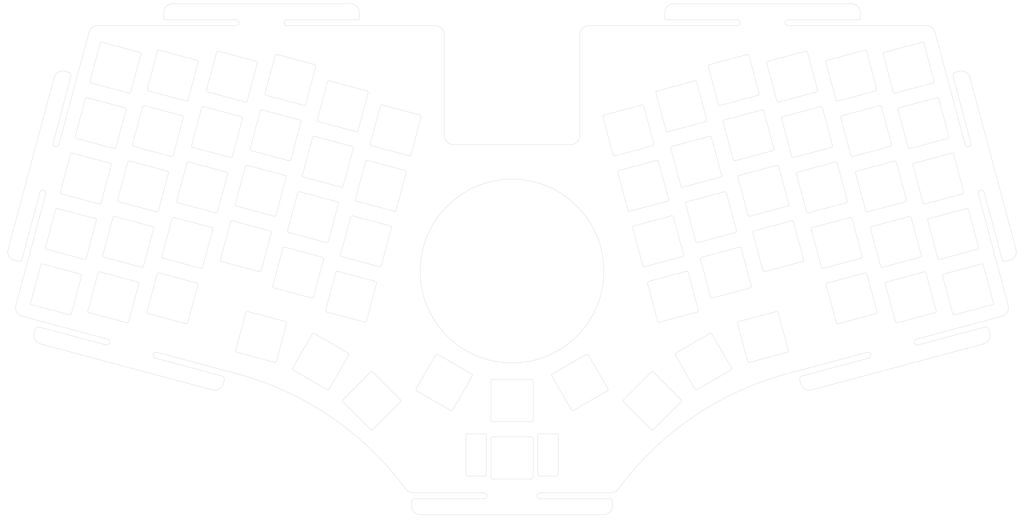
<source format=kicad_pcb>
(kicad_pcb (version 20221018) (generator pcbnew)
  (title_block (title "Honeydew unified split ergonomic keyboard") (date "2023-04-08") (rev "V2.0") (company "Created by Ariamelon (https://github.com/Ariamelon/Honeydew/)") (comment 1 "Licensed under CC BY 4.0."))
  (layers (0 "F.Cu" signal) (31 "B.Cu" signal) (34 "B.Paste" user) (35 "F.Paste" user) (36 "B.SilkS" user "B.Silkscreen") (37 "F.SilkS" user "F.Silkscreen") (38 "B.Mask" user) (39 "F.Mask" user) (44 "Edge.Cuts" user))
  (net 0 "")
  (footprint "Honeydew:MX100" (layer "B.Cu") (at 166.436872 131.695173 165))
  (footprint "Honeydew:MX100" (layer "B.Cu") (at 322.735511 169.039511 -165))
  (footprint "Honeydew:MX100" (layer "B.Cu") (at 232.53636 196.961411 -150))
  (footprint "Honeydew:MX100" (layer "B.Cu") (at 342.36903 168.709231 -165))
  (footprint "Honeydew:MX100" (layer "B.Cu") (at 341.664216 92.475281 -165))
  (footprint "Honeydew:MX100" (layer "B.Cu") (at 258.493595 150.096046 -165))
  (footprint "Honeydew:MX100" (layer "B.Cu") (at 92.422449 113.506559 165))
  (footprint "Honeydew:MX100" (layer "B.Cu") (at 263.4241 168.496939 -165))
  (footprint "Honeydew:MX100" (layer "B.Cu") (at 148.857729 123.697834 165))
  (footprint "Honeydew:MX100" (layer "B.Cu") (at 288.515923 114.933823 -165))
  (footprint "Honeydew:MX100" (layer "B.Cu") (at 337.438532 150.308336 -165))
  (footprint "Honeydew:MX100" (layer "B.Cu") (at 156.575864 168.496955 165))
  (footprint "Honeydew:MX100" (layer "B.Cu") (at 312.874507 132.237734 -165))
  (footprint "Honeydew:MX100" (layer "B.Cu") (at 77.630945 168.709224 165))
  (footprint "Honeydew:MX100" (layer "B.Cu") (at 253.563096 131.695174 -165))
  (footprint "Honeydew:MX100" (layer "B.Cu") (at 146.446541 190.036533 150))
  (footprint "Honeydew:MX100" (layer "B.Cu") (at 138.996741 160.499614 165))
  (footprint "Honeydew:MX200" (layer "B.Cu") (at 210 222.05))
  (footprint "Honeydew:MX100" (layer "B.Cu") (at 153.788239 105.296943 165))
  (footprint "Honeydew:MX100" (layer "B.Cu") (at 187.463579 196.961413 150))
  (footprint "Honeydew:MX100" (layer "B.Cu") (at 82.561428 150.308335 165))
  (footprint "Honeydew:MX100" (layer "B.Cu") (at 163.403328 203.047917 135))
  (footprint "Honeydew:MX100" (layer "B.Cu") (at 346.594706 110.87616 -165))
  (footprint "Honeydew:MX100" (layer "B.Cu") (at 361.386215 166.078825 -165))
  (footprint "Honeydew:MX100" (layer "B.Cu") (at 102.19496 150.63862 165))
  (footprint "Honeydew:MX100" (layer "B.Cu") (at 126.699957 181.857219 165))
  (footprint "Honeydew:MX100" (layer "B.Cu") (at 112.055956 113.836826 165))
  (footprint "Honeydew:MX100" (layer "B.Cu") (at 307.944011 113.836851 -165))
  (footprint "Honeydew:MX100" (layer "B.Cu") (at 298.376939 151.735582 -165))
  (footprint "Honeydew:MX100" (layer "B.Cu") (at 322.647017 95.105682 -165))
  (footprint "Honeydew:MX100" (layer "B.Cu") (at 58.613746 166.078826 165))
  (footprint "Honeydew:MX100" (layer "B.Cu") (at 107.12546 132.237721 165))
  (footprint "Honeydew:MX100" (layer "B.Cu") (at 126.553514 133.334702 165))
  (footprint "Honeydew:MX100" (layer "B.Cu") (at 356.455715 147.677947 -165))
  (footprint "Honeydew:MX100" (layer "B.Cu") (at 317.805014 150.638636 -165))
  (footprint "Honeydew:MX100" (layer "B.Cu") (at 351.525212 129.277044 -165))
  (footprint "Honeydew:MX100" (layer "B.Cu") (at 273.553412 190.03652 -150))
  (footprint "Honeydew:MX100" (layer "B.Cu") (at 97.352956 95.105674 165))
  (footprint "Honeydew:MX100" (layer "B.Cu") (at 116.986466 95.435974 165))
  (footprint "Honeydew:MX100" (layer "B.Cu") (at 171.36737 113.294277 165))
  (footprint "Honeydew:MX100" (layer "B.Cu") (at 87.491948 131.907428 165))
  (footprint "Honeydew:MX100" (layer "B.Cu") (at 303.013496 95.435972 -165))
  (footprint "Honeydew:MX100" (layer "B.Cu") (at 78.335765 92.475268 165))
  (footprint "Honeydew:MX100" (layer "B.Cu") (at 293.300002 181.857222 -165))
  (footprint "Honeydew:MX100" (layer "B.Cu") (at 266.211724 105.296976 -165))
  (footprint "Honeydew:MX100" (layer "B.Cu") (at 248.632598 113.294292 -165))
  (footprint "Honeydew:MX100" (layer "B.Cu") (at 271.142247 123.697863 -165))
  (footprint "Honeydew:MX100" (layer "B.Cu") (at 209.999974 203.000016 180))
  (footprint "Honeydew:MX100" (layer "B.Cu") (at 256.596639 203.047917 -135))
  (footprint "Honeydew:MX100" (layer "B.Cu") (at 327.577523 113.506556 -165))
  (footprint "Honeydew:MX100" (layer "B.Cu") (at 121.623033 151.735582 165))
  (footprint "Honeydew:MX100" (layer "B.Cu") (at 161.506361 150.096053 165))
  (footprint "Honeydew:MX100" (layer "B.Cu") (at 332.508028 131.907443 -165))
  (footprint "Honeydew:MX100" (layer "B.Cu") (at 293.446418 133.334706 -165))
  (footprint "Honeydew:MX100" (layer "B.Cu") (at 276.072744 142.098745 -165))
  (footprint "Honeydew:MX100" (layer "B.Cu") (at 143.927246 142.09875 165))
  (footprint "Honeydew:MX100" (layer "B.Cu") (at 281.003238 160.499632 -165))
  (footprint "Honeydew:MX100" (layer "B.Cu") (at 68.474737 129.277057 165))
  (footprint "Honeydew:MX100" (layer "B.Cu") (at 63.544254 147.677951 165))
  (footprint "Honeydew:MX100" (layer "B.Cu") (at 131.484035 114.933837 165))
  (footprint "Honeydew:MX100" (layer "B.Cu") (at 136.414535 96.532926 165))
  (footprint "Honeydew:MX100" (layer "B.Cu") (at 283.585428 96.532935 -165))
  (footprint "Honeydew:MX100" (layer "B.Cu") (at 97.264449 169.039484 165))
  (footprint "Honeydew:MX100" (layer "B.Cu") (at 73.405256 110.876172 165))
  (gr_curve (pts (xy 55.175289 134.378788) (xy 55.267746 134.033693) (xy 55.169073 133.665487) (xy 54.916441 133.41287)) (stroke (width 0.1)) (layer "Edge.Cuts"))
  (gr_curve (pts (xy 54.916441 133.41287) (xy 54.663808 133.160253) (xy 54.295596 133.061603) (xy 53.950507 133.15408)) (stroke (width 0.1)) (layer "Edge.Cuts"))
  (gr_curve (pts (xy 243.360119 236.598007) (xy 243.360119 236.332791) (xy 243.254762 236.078437) (xy 243.067226 235.8909)) (stroke (width 0.1)) (layer "Edge.Cuts"))
  (gr_curve (pts (xy 242.854215 233.598007) (xy 243.244859 233.598007) (xy 243.631769 233.521706) (xy 243.993166 233.373397)) (stroke (width 0.1)) (layer "Edge.Cuts"))
  (gr_line (start 360.425298 117.957971) (end 354.214327 94.775509) (stroke (width 0.1)) (layer "Edge.Cuts"))
  (gr_line (start 367.071543 178.556563) (end 344.85355 184.504096) (stroke (width 0.1)) (layer "Edge.Cuts"))
  (gr_curve (pts (xy 244.698009 232.964528) (xy 244.913267 232.796817) (xy 245.10464 232.600518) (xy 245.266826 232.381068)) (stroke (width 0.1)) (layer "Edge.Cuts"))
  (gr_arc (start 118.339797 76.556999) (mid 119.339801 77.557) (end 118.339797 78.556999) (stroke (width 0.1)) (layer "Edge.Cuts"))
  (gr_arc (start 243.360119 237.898007) (mid 242.48144 240.019328) (end 240.360119 240.898007) (stroke (width 0.1)) (layer "Edge.Cuts"))
  (gr_arc (start 219.360119 235.598007) (mid 218.360119 234.598007) (end 219.360119 233.598007) (stroke (width 0.1)) (layer "Edge.Cuts"))
  (gr_arc (start 156.339797 71.256999) (mid 158.46112 72.135678) (end 159.339797 74.256999) (stroke (width 0.1)) (layer "Edge.Cuts"))
  (gr_curve (pts (xy 360.425298 117.957971) (xy 360.568224 118.491441) (xy 361.116551 118.80804) (xy 361.650022 118.665114)) (stroke (width 0.1)) (layer "Edge.Cuts"))
  (gr_line (start 159.339797 76.056999) (end 159.339797 74.256999) (stroke (width 0.1)) (layer "Edge.Cuts"))
  (gr_arc (start 232.485992 115) (mid 231.607313 117.121321) (end 229.485992 118) (stroke (width 0.1)) (layer "Edge.Cuts"))
  (gr_arc (start 301.660203 78.556999) (mid 300.660203 77.556999) (end 301.660203 76.556999) (stroke (width 0.1)) (layer "Edge.Cuts"))
  (gr_line (start 301.660203 76.556999) (end 325.160203 76.556999) (stroke (width 0.1)) (layer "Edge.Cuts"))
  (gr_line (start 44.810818 156.448399) (end 46.066531 156.784826) (stroke (width 0.1)) (layer "Edge.Cuts"))
  (gr_line (start 177.145785 233.598007) (end 200.639881 233.598007) (stroke (width 0.1)) (layer "Edge.Cuts"))
  (gr_curve (pts (xy 63.595016 95.223863) (xy 63.737941 94.690392) (xy 63.421342 94.142065) (xy 62.887872 93.999139)) (stroke (width 0.1)) (layer "Edge.Cuts"))
  (gr_arc (start 200.639881 233.598007) (mid 201.639881 234.598007) (end 200.639881 235.598007) (stroke (width 0.1)) (layer "Edge.Cuts"))
  (gr_arc (start 53.48993 184.193477) (mid 51.667975 182.796138) (end 51.367721 180.519756) (stroke (width 0.1)) (layer "Edge.Cuts"))
  (gr_arc (start 344.85355 184.504096) (mid 343.628977 183.796693) (end 344.336379 182.572119) (stroke (width 0.1)) (layer "Edge.Cuts"))
  (gr_line (start 55.175289 134.378788) (end 48.964332 157.561196) (stroke (width 0.1)) (layer "Edge.Cuts"))
  (gr_arc (start 305.506871 196.072015) (mid 305.606955 195.31322) (end 306.214274 194.847441) (stroke (width 0.1)) (layer "Edge.Cuts"))
  (gr_line (start 371.035668 157.561196) (end 364.824711 134.378788) (stroke (width 0.1)) (layer "Edge.Cuts"))
  (gr_arc (start 51.703883 179.263966) (mid 52.16967 178.656661) (end 52.928457 178.556563) (stroke (width 0.1)) (layer "Edge.Cuts"))
  (gr_arc (start 159.339797 76.056999) (mid 159.193351 76.410552) (end 158.839797 76.556999) (stroke (width 0.1)) (layer "Edge.Cuts"))
  (gr_line (start 328.432007 188.899978) (end 306.214274 194.847441) (stroke (width 0.1)) (layer "Edge.Cuts"))
  (gr_arc (start 94.339797 74.256999) (mid 95.218477 72.135678) (end 97.339797 71.256999) (stroke (width 0.1)) (layer "Edge.Cuts"))
  (gr_arc (start 232.485992 81.556999) (mid 233.364672 79.435679) (end 235.485992 78.556999) (stroke (width 0.1)) (layer "Edge.Cuts"))
  (gr_curve (pts (xy 243.993166 233.373397) (xy 244.245614 233.269799) (xy 244.482751 233.132239) (xy 244.698009 232.964528)) (stroke (width 0.1)) (layer "Edge.Cuts"))
  (gr_arc (start 75.663621 182.572119) (mid 76.37099 183.796686) (end 75.14645 184.504096) (stroke (width 0.1)) (layer "Edge.Cuts"))
  (gr_line (start 200.639881 235.598007) (end 177.639881 235.598007) (stroke (width 0.1)) (layer "Edge.Cuts"))
  (gr_line (start 57.957988 95.784144) (end 42.689386 152.774229) (stroke (width 0.1)) (layer "Edge.Cuts"))
  (gr_line (start 347.567063 78.556999) (end 301.660203 78.556999) (stroke (width 0.1)) (layer "Edge.Cuts"))
  (gr_line (start 187.514008 115) (end 187.514008 81.556999) (stroke (width 0.1)) (layer "Edge.Cuts"))
  (gr_arc (start 260.660203 74.256999) (mid 261.538883 72.135679) (end 263.660203 71.256999) (stroke (width 0.1)) (layer "Edge.Cuts"))
  (gr_line (start 51.703883 179.263966) (end 51.367721 180.519756) (stroke (width 0.1)) (layer "Edge.Cuts"))
  (gr_arc (start 94.839797 76.556999) (mid 94.486246 76.410551) (end 94.339797 76.056999) (stroke (width 0.1)) (layer "Edge.Cuts"))
  (gr_curve (pts (xy 177.145785 233.598007) (xy 176.755141 233.598007) (xy 176.368231 233.521706) (xy 176.006834 233.373397)) (stroke (width 0.1)) (layer "Edge.Cuts"))
  (gr_curve (pts (xy 366.756578 133.861208) (xy 366.613653 133.327738) (xy 366.065325 133.011139) (xy 365.531855 133.154065)) (stroke (width 0.1)) (layer "Edge.Cuts"))
  (gr_arc (start 368.632279 180.519756) (mid 368.332027 182.796141) (end 366.51007 184.193477) (stroke (width 0.1)) (layer "Edge.Cuts"))
  (gr_line (start 219.360119 233.598007) (end 242.854215 233.598007) (stroke (width 0.1)) (layer "Edge.Cuts"))
  (gr_line (start 48.964332 157.561196) (end 45.275132 171.331142) (stroke (width 0.1)) (layer "Edge.Cuts"))
  (gr_arc (start 245.266826 232.381068) (mid 269.457218 208.903104) (end 299.917982 194.462477) (stroke (width 0.1)) (layer "Edge.Cuts"))
  (gr_line (start 305.506871 196.072015) (end 305.843033 197.327805) (stroke (width 0.1)) (layer "Edge.Cuts"))
  (gr_line (start 118.339797 78.556999) (end 72.432937 78.556999) (stroke (width 0.1)) (layer "Edge.Cuts"))
  (gr_arc (start 309.516754 199.450014) (mid 307.240369 199.149762) (end 305.843033 197.327805) (stroke (width 0.1)) (layer "Edge.Cuts"))
  (gr_line (start 261.160203 76.556999) (end 284.660203 76.556999) (stroke (width 0.1)) (layer "Edge.Cuts"))
  (gr_curve (pts (xy 361.650022 118.665114) (xy 362.183492 118.522189) (xy 362.500091 117.973861) (xy 362.357166 117.440391)) (stroke (width 0.1)) (layer "Edge.Cuts"))
  (gr_arc (start 377.310614 152.774229) (mid 377.010844 155.050677) (end 375.189182 156.448399) (stroke (width 0.1)) (layer "Edge.Cuts"))
  (gr_arc (start 322.660203 71.256999) (mid 324.781523 72.135679) (end 325.660203 74.256999) (stroke (width 0.1)) (layer "Edge.Cuts"))
  (gr_arc (start 367.071543 178.556563) (mid 367.830338 178.656647) (end 368.296117 179.263966) (stroke (width 0.1)) (layer "Edge.Cuts"))
  (gr_line (start 75.14645 184.504096) (end 52.928457 178.556563) (stroke (width 0.1)) (layer "Edge.Cuts"))
  (gr_line (start 260.660203 74.256999) (end 260.660203 76.056999) (stroke (width 0.1)) (layer "Edge.Cuts"))
  (gr_arc (start 374.724868 171.331142) (mid 374.424939 173.607865) (end 372.602823 175.005477) (stroke (width 0.1)) (layer "Edge.Cuts"))
  (gr_line (start 114.156967 197.327805) (end 114.493129 196.072015) (stroke (width 0.1)) (layer "Edge.Cuts"))
  (gr_arc (start 57.957988 95.784144) (mid 59.355708 93.962469) (end 61.632158 93.662712) (stroke (width 0.1)) (layer "Edge.Cuts"))
  (gr_curve (pts (xy 175.301991 232.964528) (xy 175.086733 232.796817) (xy 174.89536 232.600518) (xy 174.733174 232.381068)) (stroke (width 0.1)) (layer "Edge.Cuts"))
  (gr_line (start 368.632279 180.519756) (end 368.296117 179.263966) (stroke (width 0.1)) (layer "Edge.Cuts"))
  (gr_curve (pts (xy 53.950507 133.15408) (xy 53.605418 133.246558) (xy 53.335878 133.516114) (xy 53.243422 133.861208)) (stroke (width 0.1)) (layer "Edge.Cuts"))
  (gr_arc (start 120.082018 194.462477) (mid 150.542781 208.903105) (end 174.733174 232.381068) (stroke (width 0.1)) (layer "Edge.Cuts"))
  (gr_curve (pts (xy 57.642834 117.440391) (xy 57.499909 117.973861) (xy 57.816508 118.522189) (xy 58.349978 118.665114)) (stroke (width 0.1)) (layer "Edge.Cuts"))
  (gr_curve (pts (xy 365.531855 133.154065) (xy 364.998385 133.29699) (xy 364.681785 133.845318) (xy 364.824711 134.378788)) (stroke (width 0.1)) (layer "Edge.Cuts"))
  (gr_line (start 356.404984 95.223863) (end 362.357166 117.440391) (stroke (width 0.1)) (layer "Edge.Cuts"))
  (gr_line (start 232.485992 81.556999) (end 232.485992 115) (stroke (width 0.1)) (layer "Edge.Cuts"))
  (gr_line (start 322.660203 71.256999) (end 263.660203 71.256999) (stroke (width 0.1)) (layer "Edge.Cuts"))
  (gr_line (start 229.485992 118) (end 190.514008 118) (stroke (width 0.1)) (layer "Edge.Cuts"))
  (gr_arc (start 325.660203 76.056999) (mid 325.513757 76.410553) (end 325.160203 76.556999) (stroke (width 0.1)) (layer "Edge.Cuts"))
  (gr_line (start 325.660203 76.056999) (end 325.660203 74.256999) (stroke (width 0.1)) (layer "Edge.Cuts"))
  (gr_line (start 135.339797 76.556999) (end 158.839797 76.556999) (stroke (width 0.1)) (layer "Edge.Cuts"))
  (gr_line (start 373.933469 156.784826) (end 375.189182 156.448399) (stroke (width 0.1)) (layer "Edge.Cuts"))
  (gr_arc (start 347.567063 78.556999) (mid 349.393383 79.176967) (end 350.464864 80.78063) (stroke (width 0.1)) (layer "Edge.Cuts"))
  (gr_line (start 284.660203 78.556999) (end 235.485992 78.556999) (stroke (width 0.1)) (layer "Edge.Cuts"))
  (gr_arc (start 69.535136 80.78063) (mid 70.60662 79.176981) (end 72.432937 78.556999) (stroke (width 0.1)) (layer "Edge.Cuts"))
  (gr_line (start 242.360119 235.598007) (end 219.360119 235.598007) (stroke (width 0.1)) (layer "Edge.Cuts"))
  (gr_arc (start 91.567993 188.899978) (mid 90.860616 187.675416) (end 92.085164 186.968001) (stroke (width 0.1)) (layer "Edge.Cuts"))
  (gr_curve (pts (xy 58.349978 118.665114) (xy 58.883449 118.80804) (xy 59.431776 118.491441) (xy 59.574702 117.957971)) (stroke (width 0.1)) (layer "Edge.Cuts"))
  (gr_line (start 184.514008 78.556999) (end 135.339797 78.556999) (stroke (width 0.1)) (layer "Edge.Cuts"))
  (gr_line (start 358.367842 93.662712) (end 357.112128 93.999139) (stroke (width 0.1)) (layer "Edge.Cuts"))
  (gr_circle (center 210 160) (end 179.5 160) (stroke (width 0.1)) (fill none) (layer "Edge.Cuts"))
  (gr_line (start 92.085164 186.968001) (end 120.082018 194.462477) (stroke (width 0.1)) (layer "Edge.Cuts"))
  (gr_line (start 176.639881 236.598007) (end 176.639881 237.898007) (stroke (width 0.1)) (layer "Edge.Cuts"))
  (gr_arc (start 327.914836 186.968001) (mid 329.139411 187.675404) (end 328.432007 188.899978) (stroke (width 0.1)) (layer "Edge.Cuts"))
  (gr_line (start 94.339797 74.256999) (end 94.339797 76.056999) (stroke (width 0.1)) (layer "Edge.Cuts"))
  (gr_arc (start 47.397177 175.005477) (mid 45.575035 173.607871) (end 45.275132 171.331142) (stroke (width 0.1)) (layer "Edge.Cuts"))
  (gr_line (start 377.310614 152.774229) (end 362.042012 95.784144) (stroke (width 0.1)) (layer "Edge.Cuts"))
  (gr_arc (start 190.514008 118) (mid 188.392682 117.121323) (end 187.514008 115) (stroke (width 0.1)) (layer "Edge.Cuts"))
  (gr_line (start 47.397177 175.005477) (end 75.663621 182.572119) (stroke (width 0.1)) (layer "Edge.Cuts"))
  (gr_line (start 309.516754 199.450014) (end 366.51007 184.193477) (stroke (width 0.1)) (layer "Edge.Cuts"))
  (gr_line (start 374.724868 171.331142) (end 371.035668 157.561196) (stroke (width 0.1)) (layer "Edge.Cuts"))
  (gr_arc (start 261.160203 76.556999) (mid 260.80665 76.410552) (end 260.660203 76.056999) (stroke (width 0.1)) (layer "Edge.Cuts"))
  (gr_arc (start 47.291255 156.077682) (mid 46.825349 156.684919) (end 46.066531 156.784826) (stroke (width 0.1)) (layer "Edge.Cuts"))
  (gr_arc (start 184.514008 78.556999) (mid 186.635324 79.435681) (end 187.514008 81.556999) (stroke (width 0.1)) (layer "Edge.Cuts"))
  (gr_arc (start 358.367842 93.662712) (mid 360.64429 93.962482) (end 362.042012 95.784144) (stroke (width 0.1)) (layer "Edge.Cuts"))
  (gr_line (start 243.360119 237.898007) (end 243.360119 236.598007) (stroke (width 0.1)) (layer "Edge.Cuts"))
  (gr_line (start 113.785726 194.847441) (end 91.567993 188.899978) (stroke (width 0.1)) (layer "Edge.Cuts"))
  (gr_line (start 53.48993 184.193477) (end 110.483246 199.450014) (stroke (width 0.1)) (layer "Edge.Cuts"))
  (gr_arc (start 114.156967 197.327805) (mid 112.759622 199.149734) (end 110.483246 199.450014) (stroke (width 0.1)) (layer "Edge.Cuts"))
  (gr_line (start 179.639881 240.898007) (end 240.360119 240.898007) (stroke (width 0.1)) (layer "Edge.Cuts"))
  (gr_line (start 366.756578 133.861208) (end 372.708745 156.077682) (stroke (width 0.1)) (layer "Edge.Cuts"))
  (gr_line (start 69.535136 80.78063) (end 65.785673 94.775509) (stroke (width 0.1)) (layer "Edge.Cuts"))
  (gr_arc (start 44.810818 156.448399) (mid 42.989165 155.050675) (end 42.689386 152.774229) (stroke (width 0.1)) (layer "Edge.Cuts"))
  (gr_arc (start 179.639881 240.898007) (mid 177.51857 240.019321) (end 176.639881 237.898007) (stroke (width 0.1)) (layer "Edge.Cuts"))
  (gr_line (start 94.839797 76.556999) (end 118.339797 76.556999) (stroke (width 0.1)) (layer "Edge.Cuts"))
  (gr_curve (pts (xy 243.067226 235.8909) (xy 242.879689 235.703364) (xy 242.625335 235.598007) (xy 242.360119 235.598007)) (stroke (width 0.1)) (layer "Edge.Cuts"))
  (gr_line (start 62.887872 93.999139) (end 61.632158 93.662712) (stroke (width 0.1)) (layer "Edge.Cuts"))
  (gr_arc (start 113.785726 194.847441) (mid 114.393005 195.313228) (end 114.493129 196.072015) (stroke (width 0.1)) (layer "Edge.Cuts"))
  (gr_arc (start 373.933469 156.784826) (mid 373.174653 156.684903) (end 372.708745 156.077682) (stroke (width 0.1)) (layer "Edge.Cuts"))
  (gr_curve (pts (xy 176.006834 233.373397) (xy 175.754386 233.269799) (xy 175.517249 233.132239) (xy 175.301991 232.964528)) (stroke (width 0.1)) (layer "Edge.Cuts"))
  (gr_line (start 47.291255 156.077682) (end 53.243422 133.861208) (stroke (width 0.1)) (layer "Edge.Cuts"))
  (gr_line (start 156.339797 71.256999) (end 97.339797 71.256999) (stroke (width 0.1)) (layer "Edge.Cuts"))
  (gr_line (start 57.642834 117.440391) (end 63.595016 95.223863) (stroke (width 0.1)) (layer "Edge.Cuts"))
  (gr_line (start 65.785673 94.775509) (end 59.574702 117.957971) (stroke (width 0.1)) (layer "Edge.Cuts"))
  (gr_line (start 354.214327 94.775509) (end 350.464864 80.78063) (stroke (width 0.1)) (layer "Edge.Cuts"))
  (gr_line (start 344.336379 182.572119) (end 372.602823 175.005477) (stroke (width 0.1)) (layer "Edge.Cuts"))
  (gr_arc (start 284.660203 76.556999) (mid 285.660203 77.556999) (end 284.660203 78.556999) (stroke (width 0.1)) (layer "Edge.Cuts"))
  (gr_arc (start 135.339797 78.556999) (mid 134.339801 77.557) (end 135.339797 76.556999) (stroke (width 0.1)) (layer "Edge.Cuts"))
  (gr_curve (pts (xy 357.112128 93.999139) (xy 356.578658 94.142065) (xy 356.262059 94.690392) (xy 356.404984 95.223863)) (stroke (width 0.1)) (layer "Edge.Cuts"))
  (gr_curve (pts (xy 177.639881 235.598007) (xy 177.087596 235.598007) (xy 176.639881 236.045722) (xy 176.639881 236.598007)) (stroke (width 0.1)) (layer "Edge.Cuts"))
  (gr_line (start 299.917982 194.462477) (end 327.914836 186.968001) (stroke (width 0.1)) (layer "Edge.Cuts"))
)
</source>
